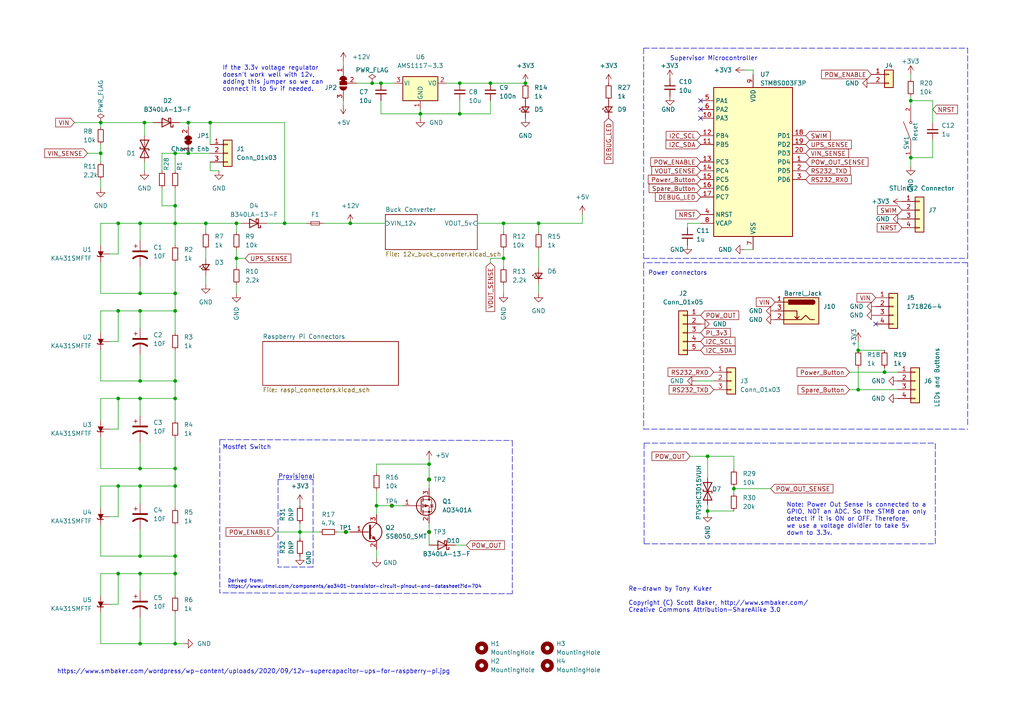
<source format=kicad_sch>
(kicad_sch (version 20211123) (generator eeschema)
  (paper "A4")
  (junction (at 40.64 85.09))
  (junction (at 124.46 139.065))
  (junction (at 34.29 166.37))
  (junction (at 50.8 110.49))
  (junction (at 40.64 90.17))
  (junction (at 60.96 35.56))
  (junction (at 50.8 161.29))
  (junction (at 86.995 154.305))
  (junction (at 40.64 140.97))
  (junction (at 50.8 90.17))
  (junction (at 50.8 59.69))
  (junction (at 40.64 115.57))
  (junction (at 40.64 110.49))
  (junction (at 142.24 24.13))
  (junction (at 50.8 64.77))
  (junction (at 205.232 148.209))
  (junction (at 54.61 44.45))
  (junction (at 59.69 64.77))
  (junction (at 68.58 74.93))
  (junction (at 50.8 85.09))
  (junction (at 29.21 44.45))
  (junction (at 107.95 24.13))
  (junction (at 50.8 44.45))
  (junction (at 264.16 45.72))
  (junction (at 34.29 140.97))
  (junction (at 110.49 24.13))
  (junction (at 146.05 64.77))
  (junction (at 212.852 141.732))
  (junction (at 256.54 107.95))
  (junction (at 50.8 115.57))
  (junction (at 101.6 64.77))
  (junction (at 264.16 29.21))
  (junction (at 113.665 146.685))
  (junction (at 54.61 35.56))
  (junction (at 248.92 101.6))
  (junction (at 34.29 64.77))
  (junction (at 29.21 35.56))
  (junction (at 68.58 64.77))
  (junction (at 34.29 115.57))
  (junction (at 100.33 154.305))
  (junction (at 152.4 24.13))
  (junction (at 50.8 135.89))
  (junction (at 124.46 154.305))
  (junction (at 205.232 132.334))
  (junction (at 40.64 64.77))
  (junction (at 109.22 146.685))
  (junction (at 124.46 134.62))
  (junction (at 82.55 64.77))
  (junction (at 50.8 140.97))
  (junction (at 133.35 24.13))
  (junction (at 50.8 166.37))
  (junction (at 41.91 35.56))
  (junction (at 156.21 64.77))
  (junction (at 40.64 135.89))
  (junction (at 40.64 166.37))
  (junction (at 133.35 33.02))
  (junction (at 40.64 161.29))
  (junction (at 40.64 186.69))
  (junction (at 121.92 33.02))
  (junction (at 34.29 90.17))
  (junction (at 146.05 74.93))
  (junction (at 248.92 113.03))
  (junction (at 50.8 186.69))
  (no_connect (at 203.2 29.21))
  (no_connect (at 203.2 31.75))
  (no_connect (at 203.2 34.29))
  (no_connect (at 254 93.98))
  (wire (pts (xy 121.92 33.02) (xy 121.92 34.29)))
  (wire (pts (xy 29.21 52.07) (xy 29.21 54.61)))
  (wire (pts (xy 100.33 154.305) (xy 101.6 154.305)))
  (wire (pts (xy 29.21 127) (xy 29.21 135.89)))
  (wire (pts (xy 205.232 132.334) (xy 212.852 132.334)))
  (wire (pts (xy 107.95 24.13) (xy 110.49 24.13)))
  (polyline (pts (xy 186.817 157.734) (xy 271.272 157.734)))
  (wire (pts (xy 212.852 132.334) (xy 212.852 136.144)))
  (wire (pts (xy 146.05 74.93) (xy 142.24 74.93)))
  (wire (pts (xy 146.05 64.77) (xy 156.21 64.77)))
  (wire (pts (xy 29.21 35.56) (xy 41.91 35.56)))
  (wire (pts (xy 34.29 140.97) (xy 40.64 140.97)))
  (wire (pts (xy 40.64 140.97) (xy 50.8 140.97)))
  (polyline (pts (xy 80.645 139.065) (xy 90.805 139.065)))
  (wire (pts (xy 29.21 115.57) (xy 34.29 115.57)))
  (wire (pts (xy 205.232 148.209) (xy 212.852 148.209)))
  (wire (pts (xy 138.43 64.77) (xy 146.05 64.77)))
  (wire (pts (xy 248.92 99.06) (xy 248.92 101.6)))
  (wire (pts (xy 50.8 76.2) (xy 50.8 85.09)))
  (wire (pts (xy 34.29 115.57) (xy 40.64 115.57)))
  (wire (pts (xy 99.568 19.05) (xy 99.568 17.78)))
  (wire (pts (xy 142.24 74.93) (xy 142.24 76.2)))
  (wire (pts (xy 124.46 151.765) (xy 124.46 154.305)))
  (wire (pts (xy 29.21 44.45) (xy 29.21 46.99)))
  (wire (pts (xy 142.24 29.21) (xy 142.24 33.02)))
  (wire (pts (xy 113.665 146.685) (xy 116.84 146.685)))
  (polyline (pts (xy 271.272 157.734) (xy 271.272 128.524)))
  (wire (pts (xy 200.152 132.334) (xy 205.232 132.334)))
  (wire (pts (xy 29.21 41.91) (xy 29.21 44.45)))
  (wire (pts (xy 218.44 20.32) (xy 218.44 21.59)))
  (wire (pts (xy 40.64 95.25) (xy 40.64 90.17)))
  (wire (pts (xy 110.49 29.21) (xy 110.49 33.02)))
  (wire (pts (xy 77.47 64.77) (xy 82.55 64.77)))
  (polyline (pts (xy 148.59 172.212) (xy 63.754 171.958)))
  (wire (pts (xy 68.58 74.93) (xy 71.12 74.93)))
  (wire (pts (xy 80.01 154.305) (xy 86.995 154.305)))
  (wire (pts (xy 31.75 149.86) (xy 34.29 149.86)))
  (wire (pts (xy 59.69 64.77) (xy 50.8 64.77)))
  (wire (pts (xy 40.64 85.09) (xy 50.8 85.09)))
  (wire (pts (xy 146.05 72.39) (xy 146.05 74.93)))
  (wire (pts (xy 50.8 186.69) (xy 53.34 186.69)))
  (wire (pts (xy 146.05 64.77) (xy 146.05 67.31)))
  (wire (pts (xy 68.58 74.93) (xy 68.58 77.47)))
  (wire (pts (xy 109.22 159.385) (xy 109.22 161.925)))
  (wire (pts (xy 29.21 161.29) (xy 40.64 161.29)))
  (wire (pts (xy 264.16 29.21) (xy 264.16 30.48)))
  (wire (pts (xy 60.96 49.53) (xy 63.5 49.53)))
  (wire (pts (xy 82.55 35.56) (xy 82.55 64.77)))
  (wire (pts (xy 41.91 35.56) (xy 44.45 35.56)))
  (wire (pts (xy 68.58 72.39) (xy 68.58 74.93)))
  (wire (pts (xy 146.05 74.93) (xy 146.05 77.47)))
  (wire (pts (xy 270.51 40.64) (xy 270.51 45.72)))
  (wire (pts (xy 103.378 24.13) (xy 107.95 24.13)))
  (wire (pts (xy 41.91 46.99) (xy 41.91 49.53)))
  (wire (pts (xy 248.92 101.6) (xy 256.54 101.6)))
  (wire (pts (xy 68.58 64.77) (xy 68.58 67.31)))
  (wire (pts (xy 31.75 73.66) (xy 34.29 73.66)))
  (wire (pts (xy 29.21 76.2) (xy 29.21 85.09)))
  (wire (pts (xy 40.64 135.89) (xy 50.8 135.89)))
  (wire (pts (xy 41.91 35.56) (xy 41.91 39.37)))
  (wire (pts (xy 59.69 64.77) (xy 68.58 64.77)))
  (wire (pts (xy 50.8 135.89) (xy 50.8 140.97)))
  (wire (pts (xy 142.24 24.13) (xy 152.4 24.13)))
  (polyline (pts (xy 148.59 127.762) (xy 148.59 172.212)))
  (wire (pts (xy 270.51 35.56) (xy 270.51 29.21)))
  (wire (pts (xy 50.8 166.37) (xy 50.8 172.72)))
  (polyline (pts (xy 186.69 13.97) (xy 280.67 13.97)))
  (wire (pts (xy 133.35 33.02) (xy 121.92 33.02)))
  (wire (pts (xy 246.38 107.95) (xy 256.54 107.95)))
  (polyline (pts (xy 186.69 76.2) (xy 186.69 124.46)))
  (wire (pts (xy 212.852 141.224) (xy 212.852 141.732)))
  (polyline (pts (xy 186.69 124.46) (xy 280.67 124.46)))
  (wire (pts (xy 29.21 90.17) (xy 34.29 90.17)))
  (wire (pts (xy 40.64 69.85) (xy 40.64 64.77)))
  (wire (pts (xy 40.64 110.49) (xy 50.8 110.49)))
  (wire (pts (xy 86.995 154.305) (xy 92.71 154.305)))
  (wire (pts (xy 156.21 64.77) (xy 156.21 67.31)))
  (wire (pts (xy 29.21 152.4) (xy 29.21 161.29)))
  (wire (pts (xy 60.96 35.56) (xy 82.55 35.56)))
  (wire (pts (xy 124.46 154.305) (xy 124.46 158.115)))
  (wire (pts (xy 109.22 134.62) (xy 124.46 134.62)))
  (wire (pts (xy 124.46 134.62) (xy 124.46 139.065)))
  (wire (pts (xy 146.05 82.55) (xy 146.05 85.09)))
  (wire (pts (xy 264.16 45.72) (xy 264.16 48.26)))
  (wire (pts (xy 31.75 99.06) (xy 34.29 99.06)))
  (wire (pts (xy 50.8 140.97) (xy 50.8 147.32)))
  (wire (pts (xy 101.6 64.77) (xy 111.76 64.77)))
  (polyline (pts (xy 186.69 13.97) (xy 186.69 74.93)))
  (wire (pts (xy 50.8 110.49) (xy 50.8 115.57)))
  (wire (pts (xy 199.39 64.77) (xy 199.39 66.04)))
  (wire (pts (xy 52.07 35.56) (xy 54.61 35.56)))
  (wire (pts (xy 133.35 24.13) (xy 142.24 24.13)))
  (wire (pts (xy 46.99 49.53) (xy 46.99 44.45)))
  (wire (pts (xy 82.55 64.77) (xy 88.9 64.77)))
  (wire (pts (xy 54.61 44.45) (xy 60.96 44.45)))
  (wire (pts (xy 99.568 30.48) (xy 99.568 29.21)))
  (wire (pts (xy 246.38 113.03) (xy 248.92 113.03)))
  (wire (pts (xy 46.99 59.69) (xy 50.8 59.69)))
  (wire (pts (xy 205.232 148.209) (xy 205.232 148.844)))
  (wire (pts (xy 129.54 24.13) (xy 133.35 24.13)))
  (wire (pts (xy 34.29 90.17) (xy 40.64 90.17)))
  (wire (pts (xy 201.93 110.49) (xy 207.01 110.49)))
  (wire (pts (xy 97.79 154.305) (xy 100.33 154.305)))
  (wire (pts (xy 31.75 124.46) (xy 34.29 124.46)))
  (polyline (pts (xy 186.817 128.524) (xy 271.272 128.524)))
  (wire (pts (xy 29.21 166.37) (xy 34.29 166.37)))
  (wire (pts (xy 110.49 24.13) (xy 114.3 24.13)))
  (wire (pts (xy 50.8 44.45) (xy 54.61 44.45)))
  (wire (pts (xy 264.16 27.94) (xy 264.16 29.21)))
  (wire (pts (xy 215.9 20.32) (xy 218.44 20.32)))
  (wire (pts (xy 156.21 82.55) (xy 156.21 85.09)))
  (wire (pts (xy 59.69 67.31) (xy 59.69 64.77)))
  (wire (pts (xy 29.21 64.77) (xy 34.29 64.77)))
  (wire (pts (xy 50.8 64.77) (xy 50.8 71.12)))
  (wire (pts (xy 40.64 90.17) (xy 50.8 90.17)))
  (wire (pts (xy 59.69 72.39) (xy 59.69 74.93)))
  (wire (pts (xy 34.29 124.46) (xy 34.29 115.57)))
  (wire (pts (xy 29.21 121.92) (xy 29.21 115.57)))
  (wire (pts (xy 40.64 186.69) (xy 50.8 186.69)))
  (wire (pts (xy 109.22 137.16) (xy 109.22 134.62)))
  (wire (pts (xy 21.59 35.56) (xy 29.21 35.56)))
  (wire (pts (xy 205.232 132.334) (xy 205.232 138.684)))
  (polyline (pts (xy 63.754 127.508) (xy 148.59 127.762)))
  (polyline (pts (xy 186.69 74.93) (xy 280.67 74.93)))
  (wire (pts (xy 29.21 140.97) (xy 34.29 140.97)))
  (wire (pts (xy 40.64 146.05) (xy 40.64 140.97)))
  (wire (pts (xy 29.21 101.6) (xy 29.21 110.49)))
  (wire (pts (xy 168.91 62.23) (xy 168.91 64.77)))
  (wire (pts (xy 40.64 102.87) (xy 40.64 110.49)))
  (wire (pts (xy 54.61 35.56) (xy 60.96 35.56)))
  (wire (pts (xy 264.16 21.59) (xy 264.16 22.86)))
  (wire (pts (xy 40.64 171.45) (xy 40.64 166.37)))
  (wire (pts (xy 50.8 186.69) (xy 50.8 177.8)))
  (wire (pts (xy 46.99 54.61) (xy 46.99 59.69)))
  (wire (pts (xy 29.21 96.52) (xy 29.21 90.17)))
  (wire (pts (xy 215.9 72.39) (xy 218.44 72.39)))
  (wire (pts (xy 86.995 146.05) (xy 86.995 146.685)))
  (wire (pts (xy 156.21 72.39) (xy 156.21 77.47)))
  (wire (pts (xy 50.8 101.6) (xy 50.8 110.49)))
  (wire (pts (xy 109.22 146.685) (xy 113.665 146.685)))
  (wire (pts (xy 50.8 152.4) (xy 50.8 161.29)))
  (polyline (pts (xy 90.805 164.465) (xy 80.645 164.465)))
  (polyline (pts (xy 90.805 139.065) (xy 90.805 164.465)))
  (wire (pts (xy 132.08 158.115) (xy 135.255 158.115)))
  (wire (pts (xy 256.54 107.95) (xy 260.35 107.95)))
  (wire (pts (xy 68.58 82.55) (xy 68.58 85.09)))
  (polyline (pts (xy 280.67 74.93) (xy 280.67 13.97)))
  (polyline (pts (xy 280.67 123.19) (xy 280.67 76.2)))
  (wire (pts (xy 34.29 175.26) (xy 34.29 166.37)))
  (wire (pts (xy 68.58 64.77) (xy 69.85 64.77)))
  (wire (pts (xy 248.92 106.68) (xy 248.92 113.03)))
  (wire (pts (xy 50.8 59.69) (xy 50.8 64.77)))
  (wire (pts (xy 40.64 77.47) (xy 40.64 85.09)))
  (wire (pts (xy 34.29 99.06) (xy 34.29 90.17)))
  (wire (pts (xy 60.96 41.91) (xy 60.96 35.56)))
  (wire (pts (xy 29.21 44.45) (xy 25.4 44.45)))
  (wire (pts (xy 50.8 90.17) (xy 50.8 96.52)))
  (wire (pts (xy 29.21 110.49) (xy 40.64 110.49)))
  (wire (pts (xy 110.49 33.02) (xy 121.92 33.02)))
  (wire (pts (xy 40.64 64.77) (xy 50.8 64.77)))
  (wire (pts (xy 50.8 161.29) (xy 50.8 166.37)))
  (wire (pts (xy 40.64 179.07) (xy 40.64 186.69)))
  (wire (pts (xy 40.64 120.65) (xy 40.64 115.57)))
  (polyline (pts (xy 80.645 139.065) (xy 80.645 164.465)))
  (wire (pts (xy 40.64 115.57) (xy 50.8 115.57)))
  (wire (pts (xy 124.46 133.35) (xy 124.46 134.62)))
  (wire (pts (xy 34.29 64.77) (xy 40.64 64.77)))
  (wire (pts (xy 156.21 64.77) (xy 168.91 64.77)))
  (wire (pts (xy 133.35 29.21) (xy 133.35 33.02)))
  (wire (pts (xy 40.64 153.67) (xy 40.64 161.29)))
  (wire (pts (xy 29.21 186.69) (xy 40.64 186.69)))
  (wire (pts (xy 59.69 80.01) (xy 59.69 82.55)))
  (wire (pts (xy 270.51 29.21) (xy 264.16 29.21)))
  (wire (pts (xy 60.96 46.99) (xy 60.96 49.53)))
  (wire (pts (xy 29.21 71.12) (xy 29.21 64.77)))
  (wire (pts (xy 142.24 33.02) (xy 133.35 33.02)))
  (wire (pts (xy 109.22 142.24) (xy 109.22 146.685)))
  (wire (pts (xy 31.75 175.26) (xy 34.29 175.26)))
  (wire (pts (xy 256.54 106.68) (xy 256.54 107.95)))
  (polyline (pts (xy 186.817 128.524) (xy 186.817 157.734)))
  (wire (pts (xy 50.8 54.61) (xy 50.8 59.69)))
  (wire (pts (xy 34.29 73.66) (xy 34.29 64.77)))
  (wire (pts (xy 50.8 115.57) (xy 50.8 121.92)))
  (wire (pts (xy 121.92 31.75) (xy 121.92 33.02)))
  (wire (pts (xy 205.232 146.304) (xy 205.232 148.209)))
  (wire (pts (xy 93.98 64.77) (xy 101.6 64.77)))
  (wire (pts (xy 34.29 166.37) (xy 40.64 166.37)))
  (wire (pts (xy 50.8 127) (xy 50.8 135.89)))
  (wire (pts (xy 203.2 64.77) (xy 199.39 64.77)))
  (wire (pts (xy 212.852 141.732) (xy 223.52 141.732)))
  (wire (pts (xy 34.29 149.86) (xy 34.29 140.97)))
  (wire (pts (xy 40.64 161.29) (xy 50.8 161.29)))
  (wire (pts (xy 264.16 45.72) (xy 270.51 45.72)))
  (wire (pts (xy 29.21 36.83) (xy 29.21 35.56)))
  (wire (pts (xy 212.852 141.732) (xy 212.852 143.129)))
  (polyline (pts (xy 280.67 76.2) (xy 186.69 76.2)))
  (wire (pts (xy 86.995 154.305) (xy 86.995 156.21)))
  (wire (pts (xy 50.8 85.09) (xy 50.8 90.17)))
  (wire (pts (xy 124.46 139.065) (xy 124.46 141.605)))
  (wire (pts (xy 29.21 85.09) (xy 40.64 85.09)))
  (wire (pts (xy 54.61 35.56) (xy 54.61 36.83)))
  (wire (pts (xy 50.8 44.45) (xy 50.8 49.53)))
  (wire (pts (xy 248.92 113.03) (xy 260.35 113.03)))
  (wire (pts (xy 29.21 177.8) (xy 29.21 186.69)))
  (wire (pts (xy 40.64 166.37) (xy 50.8 166.37)))
  (wire (pts (xy 29.21 172.72) (xy 29.21 166.37)))
  (wire (pts (xy 86.995 151.765) (xy 86.995 154.305)))
  (wire (pts (xy 109.22 146.685) (xy 109.22 149.225)))
  (polyline (pts (xy 63.754 127.508) (xy 63.754 171.958)))
  (wire (pts (xy 29.21 147.32) (xy 29.21 140.97)))
  (wire (pts (xy 46.99 44.45) (xy 50.8 44.45)))
  (wire (pts (xy 40.64 128.27) (xy 40.64 135.89)))
  (wire (pts (xy 29.21 135.89) (xy 40.64 135.89)))
  (text "Mostfet Switch" (at 64.516 130.556 0) (effects (font (size 1.27 1.27)) (justify left bottom)))
  (text "https://www.smbaker.com/wordpress/wp-content/uploads/2020/09/12v-supercapacitor-ups-for-raspberry-pi.jpg" (at 16.51 195.58 0) (effects (font (size 1.27 1.27)) (justify left bottom)))
  (text "Note: Power Out Sense is connected to a \nGPIO, NOT an ADC. So the STM8 can only\ndetect if it is ON or OFF. Therefore, \nwe use a voltage dividier to take 5v\ndown to 3.3v." (at 228.092 155.448 0) (effects (font (size 1.27 1.27)) (justify left bottom)))
  (text "Power connectors" (at 187.96 80.01 0) (effects (font (size 1.27 1.27)) (justify left bottom)))
  (text "Provisional" (at 80.645 139.065 0) (effects (font (size 1.27 1.27)) (justify left bottom)))
  (text "Derived from:\nhttps://www.utmel.com/components/ao3401-transistor-circuit-pinout-and-datasheet?id=704" (at 66.04 170.815 0) (effects (font (size 1 1)) (justify left bottom)))
  (text "Re-drawn by Tony Kuker\n\nCopyright (C) Scott Baker, http://www.smbaker.com/\nCreative Commons Attribution-ShareAlike 3.0" (at 182.245 177.8 0) (effects (font (size 1.27 1.27)) (justify left bottom)))
  (text "If the 3.3v voltage regulator \ndoesn't work well with 12v,\nadding this jumper so we can\nconnect it to 5v if needed." (at 64.516 26.67 0) (effects (font (size 1.27 1.27)) (justify left bottom)))
  (text "Supervisor Microcontroller" (at 194.31 17.78 0) (effects (font (size 1.27 1.27)) (justify left bottom)))
  (global_label "POW_OUT" (shape input) (at 200.152 132.334 180) (property "Intersheet References" "${INTERSHEET_REFS}" (effects hide)))
  (global_label "POW_ENABLE" (shape input) (at 252.73 21.59 180) (property "Intersheet References" "${INTERSHEET_REFS}" (effects hide)))
  (global_label "Spare_Button" (shape input) (at 203.2 54.61 180) (property "Intersheet References" "${INTERSHEET_REFS}" (effects hide)))
  (global_label "Power_Button" (shape input) (at 203.2 52.07 180) (property "Intersheet References" "${INTERSHEET_REFS}" (effects hide)))
  (global_label "POW_OUT" (shape input) (at 203.2 91.44 0) (property "Intersheet References" "${INTERSHEET_REFS}" (effects hide)))
  (global_label "I2C_SDA" (shape input) (at 203.2 101.6 0) (property "Intersheet References" "${INTERSHEET_REFS}" (effects hide)))
  (global_label "SWIM" (shape input) (at 233.68 39.37 0) (property "Intersheet References" "${INTERSHEET_REFS}" (effects hide)))
  (global_label "RS232_TXD" (shape input) (at 207.01 113.03 180) (property "Intersheet References" "${INTERSHEET_REFS}" (effects hide)))
  (global_label "SWIM" (shape input) (at 261.62 60.96 180) (property "Intersheet References" "${INTERSHEET_REFS}" (effects hide)))
  (global_label "NRST" (shape input) (at 261.62 66.04 180) (property "Intersheet References" "${INTERSHEET_REFS}" (effects hide)))
  (global_label "DEBUG_LED" (shape input) (at 203.2 57.15 180) (property "Intersheet References" "${INTERSHEET_REFS}" (effects hide)))
  (global_label "VOUT_SENSE" (shape input) (at 203.2 49.53 180) (property "Intersheet References" "${INTERSHEET_REFS}" (effects hide)))
  (global_label "POW_ENABLE" (shape input) (at 80.01 154.305 180) (property "Intersheet References" "${INTERSHEET_REFS}" (effects hide)))
  (global_label "VIN" (shape input) (at 21.59 35.56 180) (property "Intersheet References" "${INTERSHEET_REFS}" (effects hide)))
  (global_label "RS232_RXD" (shape input) (at 233.68 52.07 0) (property "Intersheet References" "${INTERSHEET_REFS}" (effects hide)))
  (global_label "RS232_RXD" (shape input) (at 207.01 107.95 180) (property "Intersheet References" "${INTERSHEET_REFS}" (effects hide)))
  (global_label "Spare_Button" (shape input) (at 246.38 113.03 180) (property "Intersheet References" "${INTERSHEET_REFS}" (effects hide)))
  (global_label "POW_ENABLE" (shape input) (at 203.2 46.99 180) (property "Intersheet References" "${INTERSHEET_REFS}" (effects hide)))
  (global_label "POW_OUT" (shape input) (at 135.255 158.115 0) (property "Intersheet References" "${INTERSHEET_REFS}" (effects hide)))
  (global_label "VIN_SENSE" (shape input) (at 25.4 44.45 180) (property "Intersheet References" "${INTERSHEET_REFS}" (effects hide)))
  (global_label "DEBUG_LED" (shape input) (at 176.53 34.29 270) (property "Intersheet References" "${INTERSHEET_REFS}" (effects hide)))
  (global_label "UPS_SENSE" (shape input) (at 233.68 41.91 0) (property "Intersheet References" "${INTERSHEET_REFS}" (effects hide)))
  (global_label "RS232_TXD" (shape input) (at 233.68 49.53 0) (property "Intersheet References" "${INTERSHEET_REFS}" (effects hide)))
  (global_label "VIN" (shape input) (at 224.79 87.63 180) (property "Intersheet References" "${INTERSHEET_REFS}" (effects hide)))
  (global_label "NRST" (shape input) (at 203.2 62.23 180) (property "Intersheet References" "${INTERSHEET_REFS}" (effects hide)))
  (global_label "VIN_SENSE" (shape input) (at 233.68 44.45 0) (property "Intersheet References" "${INTERSHEET_REFS}" (effects hide)))
  (global_label "I2C_SDA" (shape input) (at 203.2 41.91 180) (property "Intersheet References" "${INTERSHEET_REFS}" (effects hide)))
  (global_label "VIN" (shape input) (at 254 86.36 180) (property "Intersheet References" "${INTERSHEET_REFS}" (effects hide)))
  (global_label "PI_3v3" (shape input) (at 203.2 96.52 0) (property "Intersheet References" "${INTERSHEET_REFS}" (effects hide)))
  (global_label "UPS_SENSE" (shape input) (at 71.12 74.93 0) (property "Intersheet References" "${INTERSHEET_REFS}" (effects hide)))
  (global_label "VOUT_SENSE" (shape input) (at 142.24 76.2 270) (property "Intersheet References" "${INTERSHEET_REFS}" (effects hide)))
  (global_label "POW_OUT_SENSE" (shape input) (at 223.52 141.732 0) (property "Intersheet References" "${INTERSHEET_REFS}" (effects hide)))
  (global_label "I2C_SCL" (shape input) (at 203.2 99.06 0) (property "Intersheet References" "${INTERSHEET_REFS}" (effects hide)))
  (global_label "NRST" (shape input) (at 270.51 31.75 0) (property "Intersheet References" "${INTERSHEET_REFS}" (effects hide)))
  (global_label "I2C_SCL" (shape input) (at 203.2 39.37 180) (property "Intersheet References" "${INTERSHEET_REFS}" (effects hide)))
  (global_label "POW_OUT_SENSE" (shape input) (at 233.68 46.99 0) (property "Intersheet References" "${INTERSHEET_REFS}" (effects hide)))
  (global_label "Power_Button" (shape input) (at 246.38 107.95 180) (property "Intersheet References" "${INTERSHEET_REFS}" (effects hide)))
  (symbol (lib_id "power:GND") (at 205.232 148.844 0) (unit 1)
    (property "Reference" "#PWR033" (effects hide))
    (property "Value" "GND" (at 205.232 156.464 90) (effects (justify left)))
  )
  (symbol (lib_id "Device:C_Small") (at 110.49 26.67 0) (unit 1)
    (property "Reference" "C7" (at 104.14 26.67 0) (effects (justify left)))
    (property "Value" "10u" (at 104.14 29.21 0) (effects (justify left)))
    (property "Footprint" "Capacitor_SMD:C_0805_2012Metric" (effects hide))
    (property "DigikeyPN" "445-FK26X7R1E106K-ND" (effects hide))
    (property "LCSC" "C15850" (effects hide))
  )
  (symbol (lib_id "power:+3.3V") (at 264.16 21.59 0) (unit 1)
    (property "Reference" "#PWR031" (effects hide))
    (property "Value" "+3.3V" (at 266.7 17.78 0) (effects (justify right)))
  )
  (symbol (lib_id "Device:D_TVS") (at 41.91 43.18 270) (unit 1)
    (property "Reference" "D1" (at 39.37 44.4501 90) (effects (justify right)))
    (property "Value" "PTVSHC3D15VUH" (effects hide))
    (property "Footprint" "Diode_SMD:D_SOD-323" (effects hide))
    (property "Datasheet" "https://datasheet.lcsc.com/lcsc/1811091226_Shanghai-Prisemi-Elec-PTVSHC3D15VUH_C312234.pdf" (effects hide))
    (property "LCSC" "C312234" (effects hide))
  )
  (symbol (lib_id "Diode:1N5820") (at 48.26 35.56 180) (unit 1)
    (property "Reference" "D2" (at 48.5775 29.21 0))
    (property "Value" "B340LA-13-F" (at 48.5775 31.75 0))
    (property "Footprint" "Diode_SMD:D_SMA" (effects hide))
    (property "Datasheet" "https://datasheet.lcsc.com/lcsc/1809042014_Diodes-Incorporated-B340LA-13-F_C17101.pdf" (effects hide))
    (property "LCSC" "C17101" (effects hide))
  )
  (symbol (lib_id "power:+12V") (at 101.6 64.77 0) (unit 1)
    (property "Reference" "#PWR0102" (effects hide))
    (property "Value" "+12V" (at 101.6 59.69 0))
  )
  (symbol (lib_id "Device:R_Small") (at 46.99 52.07 0) (unit 1)
    (property "Reference" "R28" (at 48.26 49.53 90) (effects (justify left)))
    (property "Value" "10 3W" (effects hide))
    (property "Footprint" "raspberrypi_supercap_ups_lib:SMT_Resistor_4122" (effects hide))
    (property "DigikeyPN" "YAG1228CT-ND" (effects hide))
    (property "LCSC" "C306270" (effects hide))
  )
  (symbol (lib_id "Reference_Voltage:TL432DBZ") (at 29.21 149.86 270) (unit 1)
    (property "Reference" "U4" (at 26.67 148.5899 90) (effects (justify right)))
    (property "Value" "KA431SMFTF" (at 26.67 151.1299 90) (effects (justify right)))
    (property "Footprint" "Package_TO_SOT_SMD:SOT-23" (effects hide))
    (property "Datasheet" "http://www.ti.com/lit/ds/symlink/tl431.pdf" (effects hide))
    (property "LCSC" "C232815" (effects hide))
    (property "DigikeyPN" "KA431AZTACT-ND" (effects hide))
  )
  (symbol (lib_id "Mechanical:MountingHole") (at 139.7 193.04 0) (unit 1)
    (property "Reference" "H2" (at 142.24 191.7699 0) (effects (justify left)))
    (property "Value" "MountingHole" (at 142.24 194.3099 0) (effects (justify left)))
    (property "Footprint" "MountingHole:MountingHole_2.7mm_M2.5" (effects hide))
    (property "LCSC" "DNP" (effects hide))
  )
  (symbol (lib_id "power:GND") (at 215.9 72.39 270) (unit 1)
    (property "Reference" "#PWR021" (effects hide))
    (property "Value" "GND" (at 208.28 72.39 90) (effects (justify left)))
  )
  (symbol (lib_id "power:GND") (at 41.91 49.53 0) (unit 1)
    (property "Reference" "#PWR01" (effects hide))
    (property "Value" "GND" (at 41.91 54.61 0))
  )
  (symbol (lib_id "Device:C_Small") (at 270.51 38.1 0) (unit 1)
    (property "Reference" "C12" (at 273.05 36.3981 0) (effects (justify left)))
    (property "Value" "1u" (at 273.05 38.9381 0) (effects (justify left)))
    (property "Footprint" "Capacitor_SMD:C_0805_2012Metric" (effects hide))
    (property "LCSC" "C28323" (effects hide))
  )
  (symbol (lib_id "Connector:TestPoint_Small") (at 124.46 154.305 0) (unit 1)
    (property "Reference" "TP3" (at 125.73 154.305 0) (effects (justify left)))
    (property "Value" "TestPoint_Small" (effects hide))
    (property "Footprint" "TestPoint:TestPoint_Pad_D1.0mm" (effects hide))
  )
  (symbol (lib_id "Device:R_Small") (at 86.995 158.75 180) (unit 1)
    (property "Reference" "R32" (at 81.915 158.75 90))
    (property "Value" "DNP" (at 84.455 158.75 90))
    (property "Footprint" "Resistor_SMD:R_0805_2012Metric" (effects hide))
    (property "LCSC" "DNP" (effects hide))
  )
  (symbol (lib_id "Device:C_Polarized_US") (at 40.64 175.26 0) (unit 1)
    (property "Reference" "C5" (at 44.45 173.3549 0) (effects (justify left)))
    (property "Value" "10F" (at 44.45 175.8949 0) (effects (justify left)))
    (property "Footprint" "Capacitor_THT:CP_Radial_D10.0mm_P5.00mm" (effects hide))
    (property "DigikeyPN" "478-10996-ND" (effects hide))
    (property "LCSC" "DNP" (effects hide))
  )
  (symbol (lib_id "power:+12V") (at 99.568 17.78 0) (mirror y) (unit 1)
    (property "Reference" "#PWR0106" (effects hide))
    (property "Value" "+12V" (at 102.108 16.5101 0) (effects (justify right)))
  )
  (symbol (lib_id "power:GND") (at 59.69 82.55 0) (unit 1)
    (property "Reference" "#PWR03" (effects hide))
    (property "Value" "GND" (at 59.69 87.63 0))
  )
  (symbol (lib_id "Connector_Generic:Conn_01x03") (at 212.09 110.49 0) (unit 1)
    (property "Reference" "J3" (at 214.63 110.4899 0) (effects (justify left)))
    (property "Value" "Conn_01x03" (at 214.63 113.0299 0) (effects (justify left)))
    (property "Footprint" "Connector_PinHeader_2.54mm:PinHeader_1x03_P2.54mm_Vertical" (effects hide))
    (property "DigikeyPN" "A106204-ND" (effects hide))
    (property "LCSC" "DNP" (effects hide))
  )
  (symbol (lib_id "Device:R_Small") (at 109.22 139.7 0) (unit 1)
    (property "Reference" "R16" (at 111.76 138.4299 0) (effects (justify left)))
    (property "Value" "10k" (at 111.76 140.9699 0) (effects (justify left)))
    (property "Footprint" "Resistor_SMD:R_0805_2012Metric" (effects hide))
    (property "DigikeyPN" "CF14JT10K0CT-ND" (effects hide))
    (property "LCSC" "C17414" (effects hide))
  )
  (symbol (lib_id "Device:D_TVS") (at 205.232 142.494 270) (unit 1)
    (property "Reference" "D7" (at 206.502 141.859 90) (effects (justify left)))
    (property "Value" "PTVSHC3D15VUH" (at 202.692 134.874 0) (effects (justify left)))
    (property "Footprint" "Diode_SMD:D_SOD-323" (effects hide))
    (property "Datasheet" "https://datasheet.lcsc.com/lcsc/1811091226_Shanghai-Prisemi-Elec-PTVSHC3D15VUH_C312234.pdf" (effects hide))
    (property "LCSC" "C312234" (effects hide))
  )
  (symbol (lib_id "Connector:TestPoint_Small") (at 113.665 146.685 0) (unit 1)
    (property "Reference" "TP4" (at 111.76 145.415 0) (effects (justify left)))
    (property "Value" "TestPoint_Small" (effects hide))
    (property "Footprint" "TestPoint:TestPoint_Pad_D1.0mm" (effects hide))
  )
  (symbol (lib_id "power:GND") (at 86.995 161.29 0) (unit 1)
    (property "Reference" "#PWR0108" (effects hide))
    (property "Value" "GND" (at 89.535 163.83 90) (effects (justify left)))
  )
  (symbol (lib_id "Device:R_Small") (at 50.8 52.07 0) (unit 1)
    (property "Reference" "R1" (at 52.07 49.53 90) (effects (justify left)))
    (property "Value" "10 3W" (effects hide))
    (property "Footprint" "raspberrypi_supercap_ups_lib:SMT_Resistor_4122" (effects hide))
    (property "DigikeyPN" "YAG1228CT-ND" (effects hide))
    (property "LCSC" "C306270" (effects hide))
  )
  (symbol (lib_id "power:GND") (at 203.2 93.98 90) (unit 1)
    (property "Reference" "#PWR019" (effects hide))
    (property "Value" "GND" (at 210.82 93.98 90) (effects (justify left)))
  )
  (symbol (lib_id "power:GND") (at 152.4 34.29 0) (unit 1)
    (property "Reference" "#PWR012" (effects hide))
    (property "Value" "GND" (at 152.4 39.37 0))
  )
  (symbol (lib_id "Device:R_Small") (at 212.852 145.669 0) (unit 1)
    (property "Reference" "R30" (at 215.392 144.3989 0) (effects (justify left)))
    (property "Value" "20k" (at 215.392 146.9389 0) (effects (justify left)))
    (property "Footprint" "Resistor_SMD:R_0805_2012Metric" (effects hide))
    (property "LCSC" "C17521" (effects hide))
  )
  (symbol (lib_id "Connector_Generic:Conn_01x04") (at 265.43 110.49 0) (unit 1)
    (property "Reference" "J6" (at 267.97 110.4899 0) (effects (justify left)))
    (property "Value" "LEDs and Buttons" (at 271.78 118.11 90) (effects (justify left)))
    (property "Footprint" "Connector_PinHeader_2.54mm:PinHeader_1x04_P2.54mm_Vertical" (effects hide))
    (property "LCSC" "DNP" (effects hide))
  )
  (symbol (lib_id "Device:C_Small") (at 133.35 26.67 0) (unit 1)
    (property "Reference" "C8" (at 135.89 26.67 0) (effects (justify left)))
    (property "Value" "10u" (at 135.89 29.21 0) (effects (justify left)))
    (property "Footprint" "Capacitor_SMD:C_0805_2012Metric" (effects hide))
    (property "DigikeyPN" "445-FK26X7R1E106K-ND" (effects hide))
    (property "LCSC" "C15850" (effects hide))
  )
  (symbol (lib_id "Device:R_Small") (at 29.21 49.53 180) (unit 1)
    (property "Reference" "R11" (at 24.13 48.26 0) (effects (justify right)))
    (property "Value" "2.2k" (at 24.13 50.8 0) (effects (justify right)))
    (property "Footprint" "Resistor_SMD:R_0805_2012Metric" (effects hide))
    (property "DigikeyPN" "CF14JT2K20TR-ND" (effects hide))
    (property "LCSC" "C17520" (effects hide))
  )
  (symbol (lib_id "power:GND") (at 121.92 34.29 0) (unit 1)
    (property "Reference" "#PWR09" (effects hide))
    (property "Value" "GND" (at 124.46 35.5599 0) (effects (justify left)))
  )
  (symbol (lib_id "power:GND") (at 201.93 110.49 270) (unit 1)
    (property "Reference" "#PWR018" (effects hide))
    (property "Value" "GND" (at 194.31 110.49 90) (effects (justify left)))
  )
  (symbol (lib_id "Device:R_Small") (at 68.58 80.01 0) (unit 1)
    (property "Reference" "R10" (at 71.12 78.7399 0) (effects (justify left)))
    (property "Value" "2.2k" (at 71.12 81.2799 0) (effects (justify left)))
    (property "Footprint" "Resistor_SMD:R_0805_2012Metric" (effects hide))
    (property "DigikeyPN" "CF14JT2K20TR-ND" (effects hide))
    (property "LCSC" "C17520" (effects hide))
  )
  (symbol (lib_id "power:GND") (at 199.39 71.12 0) (unit 1)
    (property "Reference" "#PWR017" (effects hide))
    (property "Value" "GND" (at 194.31 72.39 0) (effects (justify left)))
  )
  (symbol (lib_id "power:GND") (at 264.16 48.26 0) (unit 1)
    (property "Reference" "#PWR032" (effects hide))
    (property "Value" "GND" (at 264.16 55.88 90) (effects (justify left)))
  )
  (symbol (lib_id "Reference_Voltage:TL432DBZ") (at 29.21 99.06 270) (unit 1)
    (property "Reference" "U2" (at 26.67 97.7899 90) (effects (justify right)))
    (property "Value" "KA431SMFTF" (at 26.67 100.3299 90) (effects (justify right)))
    (property "Footprint" "Package_TO_SOT_SMD:SOT-23" (effects hide))
    (property "Datasheet" "http://www.ti.com/lit/ds/symlink/tl431.pdf" (effects hide))
    (property "LCSC" "C232815" (effects hide))
    (property "DigikeyPN" "KA431AZTACT-ND" (effects hide))
  )
  (symbol (lib_id "Device:C_Small") (at 199.39 68.58 0) (unit 1)
    (property "Reference" "C11" (at 201.93 66.8781 0) (effects (justify left)))
    (property "Value" "1u" (at 201.93 69.4181 0) (effects (justify left)))
    (property "Footprint" "Capacitor_SMD:C_0805_2012Metric" (effects hide))
    (property "LCSC" "C28323" (effects hide))
  )
  (symbol (lib_id "Device:C_Polarized_US") (at 40.64 149.86 0) (unit 1)
    (property "Reference" "C4" (at 44.45 147.9549 0) (effects (justify left)))
    (property "Value" "10F" (at 44.45 150.4949 0) (effects (justify left)))
    (property "Footprint" "Capacitor_THT:CP_Radial_D10.0mm_P5.00mm" (effects hide))
    (property "DigikeyPN" "478-10996-ND" (effects hide))
    (property "LCSC" "DNP" (effects hide))
  )
  (symbol (lib_id "Device:R_Small") (at 50.8 124.46 0) (unit 1)
    (property "Reference" "R4" (at 53.34 123.1899 0) (effects (justify left)))
    (property "Value" "1k" (at 53.34 125.7299 0) (effects (justify left)))
    (property "Footprint" "Resistor_SMD:R_1206_3216Metric" (effects hide))
    (property "DigikeyPN" "CF14JT1K00CT-ND" (effects hide))
    (property "LCSC" "C4410" (effects hide))
  )
  (symbol (lib_id "power:GND") (at 29.21 54.61 0) (unit 1)
    (property "Reference" "#PWR06" (effects hide))
    (property "Value" "GND" (at 29.21 59.69 0))
  )
  (symbol (lib_id "Device:R_Small") (at 86.995 149.225 180) (unit 1)
    (property "Reference" "R31" (at 81.915 149.225 90))
    (property "Value" "DNP" (at 84.455 149.225 90))
    (property "Footprint" "Resistor_SMD:R_0805_2012Metric" (effects hide))
    (property "LCSC" "DNP" (effects hide))
  )
  (symbol (lib_id "Device:R_Small") (at 256.54 104.14 0) (unit 1)
    (property "Reference" "R19" (at 259.08 102.8699 0) (effects (justify left)))
    (property "Value" "1k" (at 259.08 105.4099 0) (effects (justify left)))
    (property "Footprint" "Resistor_SMD:R_0805_2012Metric" (effects hide))
    (property "DigikeyPN" "CF14JT1K00CT-ND" (effects hide))
    (property "LCSC" "C17513" (effects hide))
  )
  (symbol (lib_id "Connector:TestPoint_Small") (at 100.33 154.305 0) (unit 1)
    (property "Reference" "TP1" (at 98.425 153.035 0) (effects (justify left)))
    (property "Value" "TestPoint_Small" (effects hide))
    (property "Footprint" "TestPoint:TestPoint_Pad_D1.0mm" (effects hide))
  )
  (symbol (lib_id "MCU_ST_STM8:STM8S003F3P") (at 218.44 46.99 0) (unit 1)
    (property "Reference" "U7" (at 220.4594 21.59 0) (effects (justify left)))
    (property "Value" "STM8S003F3P" (at 220.4594 24.13 0) (effects (justify left)))
    (property "Footprint" "Package_SO:TSSOP-20_4.4x6.5mm_P0.65mm" (effects hide))
    (property "Datasheet" "http://www.st.com/st-web-ui/static/active/en/resource/technical/document/datasheet/DM00024550.pdf" (effects hide))
    (property "LCSC" "C52717" (effects hide))
  )
  (symbol (lib_id "power:GND") (at 224.79 90.17 270) (unit 1)
    (property "Reference" "#PWR0105" (effects hide))
    (property "Value" "GND" (at 217.17 90.17 90) (effects (justify left)))
  )
  (symbol (lib_id "Connector_Generic:Conn_01x03") (at 66.04 44.45 0) (unit 1)
    (property "Reference" "J1" (at 68.58 43.1799 0) (effects (justify left)))
    (property "Value" "Conn_01x03" (at 68.58 45.7199 0) (effects (justify left)))
    (property "Footprint" "Connector_PinHeader_2.54mm:PinHeader_1x03_P2.54mm_Vertical" (effects hide))
    (property "DigikeyPN" "NA" (effects hide))
    (property "LCSC" "DNP" (effects hide))
  )
  (symbol (lib_id "Connector_Generic:Conn_01x04") (at 259.08 88.9 0) (unit 1)
    (property "Reference" "J5" (at 262.89 86.3599 0) (effects (justify left)))
    (property "Value" "171826-4" (at 262.89 88.8999 0) (effects (justify left)))
    (property "Footprint" "TE_171826-4" (effects hide))
    (property "EU_RoHS_Compliance" "Compliant" (effects hide))
    (property "Comment" "171826-4" (effects hide))
    (property "LCSC" "DNP" (effects hide))
  )
  (symbol (lib_id "power:GND") (at 63.5 49.53 0) (unit 1)
    (property "Reference" "#PWR04" (effects hide))
    (property "Value" "GND" (at 63.5 54.61 0))
  )
  (symbol (lib_id "Device:LED_Small") (at 152.4 31.75 90) (unit 1)
    (property "Reference" "D5" (at 154.94 31.75 90) (effects (justify right)))
    (property "Value" "Green" (effects hide))
    (property "Footprint" "LED_SMD:LED_0805_2012Metric" (effects hide))
    (property "LCSC" "C2297" (effects hide))
    (property "DigikeyPN" "67-2288-ND" (effects hide))
  )
  (symbol (lib_id "power:+3.3V") (at 152.4 24.13 0) (unit 1)
    (property "Reference" "#PWR011" (effects hide))
    (property "Value" "+3.3V" (at 152.4 19.05 0))
  )
  (symbol (lib_id "power:+5V") (at 168.91 62.23 0) (unit 1)
    (property "Reference" "#PWR014" (effects hide))
    (property "Value" "+5V" (at 168.91 57.15 0))
  )
  (symbol (lib_id "power:GND") (at 261.62 63.5 270) (unit 1)
    (property "Reference" "#PWR030" (effects hide))
    (property "Value" "GND" (at 254 63.5 90) (effects (justify left)))
  )
  (symbol (lib_id "power:PWR_FLAG") (at 107.95 24.13 0) (unit 1)
    (property "Reference" "#FLG02" (effects hide))
    (property "Value" "PWR_FLAG" (at 107.95 20.32 0))
  )
  (symbol (lib_id "power:+3.3V") (at 86.995 146.05 0) (unit 1)
    (property "Reference" "#PWR0107" (effects hide))
    (property "Value" "+3.3V" (at 86.995 140.97 0))
  )
  (symbol (lib_id "Connector_Generic:Conn_01x05") (at 198.12 96.52 0) (mirror y) (unit 1)
    (property "Reference" "J2" (at 198.12 85.09 0))
    (property "Value" "Conn_01x05" (at 198.12 87.63 0))
    (property "Footprint" "Connector_PinHeader_2.54mm:PinHeader_1x05_P2.54mm_Vertical" (effects hide))
    (property "DigikeyPN" "NA" (effects hide))
    (property "LCSC" "DNP" (effects hide))
  )
  (symbol (lib_id "power:+3.3V") (at 194.31 22.86 0) (unit 1)
    (property "Reference" "#PWR015" (effects hide))
    (property "Value" "+3.3V" (at 196.85 19.05 0) (effects (justify right)))
  )
  (symbol (lib_id "Device:R_Small") (at 146.05 80.01 0) (unit 1)
    (property "Reference" "R13" (at 148.59 78.7399 0) (effects (justify left)))
    (property "Value" "2.2k" (at 148.59 81.2799 0) (effects (justify left)))
    (property "Footprint" "Resistor_SMD:R_0805_2012Metric" (effects hide))
    (property "DigikeyPN" "CF14JT2K20TR-ND" (effects hide))
    (property "LCSC" "C17520" (effects hide))
  )
  (symbol (lib_id "Mechanical:MountingHole") (at 158.75 187.96 0) (unit 1)
    (property "Reference" "H3" (at 161.29 186.6899 0) (effects (justify left)))
    (property "Value" "MountingHole" (at 161.29 189.2299 0) (effects (justify left)))
    (property "Footprint" "MountingHole:MountingHole_2.7mm_M2.5" (effects hide))
    (property "LCSC" "DNP" (effects hide))
  )
  (symbol (lib_id "Connector_Generic:Conn_01x04") (at 266.7 60.96 0) (unit 1)
    (property "Reference" "J7" (at 269.24 60.9599 0) (effects (justify left)))
    (property "Value" "STLinkV2 Connector" (at 257.81 54.61 0) (effects (justify left)))
    (property "Footprint" "Connector_PinHeader_2.54mm:PinHeader_1x04_P2.54mm_Vertical" (effects hide))
  )
  (symbol (lib_id "power:GND") (at 254 88.9 270) (unit 1)
    (property "Reference" "#PWR025" (effects hide))
    (property "Value" "GND" (at 246.38 88.9 90) (effects (justify left)))
  )
  (symbol (lib_id "TS-1187A-B-A-B:TS-1187A-B-A-B") (at 264.16 38.1 90) (unit 1)
    (property "Reference" "SW1" (at 262.89 39.37 0) (effects (justify right)))
    (property "Value" "Reset" (at 265.43 35.56 0) (effects (justify right)))
    (property "Footprint" "SW_TS-1187A-B-A-B" (effects hide))
    (property "LCSC" "C318884" (effects hide))
    (property "PARTREV" "A0" (effects hide))
    (property "MANUFACTURER" "XKB Industrial Precision" (effects hide))
    (property "STANDARD" "Manufacturer Recommendations" (effects hide))
    (property "MAXIMUM_PACKAGE_HEIGHT" "1.5mm" (effects hide))
  )
  (symbol (lib_id "Device:R_Small") (at 50.8 99.06 0) (unit 1)
    (property "Reference" "R3" (at 53.34 97.7899 0) (effects (justify left)))
    (property "Value" "1k" (at 53.34 100.3299 0) (effects (justify left)))
    (property "Footprint" "Resistor_SMD:R_1206_3216Metric" (effects hide))
    (property "DigikeyPN" "CF14JT1K00CT-ND" (effects hide))
    (property "LCSC" "C4410" (effects hide))
  )
  (symbol (lib_id "Connector:TestPoint_Small") (at 124.46 139.065 0) (unit 1)
    (property "Reference" "TP2" (at 125.73 139.065 0) (effects (justify left)))
    (property "Value" "TestPoint_Small" (effects hide))
    (property "Footprint" "TestPoint:TestPoint_Pad_D1.0mm" (effects hide))
  )
  (symbol (lib_id "Device:LED_Small") (at 156.21 80.01 90) (unit 1)
    (property "Reference" "D6" (at 158.75 78.6764 90) (effects (justify right)))
    (property "Value" "Green" (effects hide))
    (property "Footprint" "LED_SMD:LED_0805_2012Metric" (effects hide))
    (property "LCSC" "C2297" (effects hide))
    (property "DigikeyPN" "67-2288-ND" (effects hide))
  )
  (symbol (lib_id "Device:C_Polarized_US") (at 40.64 124.46 0) (unit 1)
    (property "Reference" "C3" (at 44.45 122.5549 0) (effects (justify left)))
    (property "Value" "10F" (at 44.45 125.0949 0) (effects (justify left)))
    (property "Footprint" "Capacitor_THT:CP_Radial_D10.0mm_P5.00mm" (effects hide))
    (property "DigikeyPN" "478-10996-ND" (effects hide))
    (property "LCSC" "DNP" (effects hide))
  )
  (symbol (lib_id "Device:R_Small") (at 264.16 25.4 180) (unit 1)
    (property "Reference" "R20" (at 266.7 24.1299 0) (effects (justify right)))
    (property "Value" "10k" (at 266.7 26.6699 0) (effects (justify right)))
    (property "Footprint" "Resistor_SMD:R_0805_2012Metric" (effects hide))
    (property "DigikeyPN" "CF14JT10K0CT-ND" (effects hide))
    (property "LCSC" "C17414" (effects hide))
  )
  (symbol (lib_id "Device:R_Small") (at 50.8 73.66 0) (unit 1)
    (property "Reference" "R2" (at 53.34 72.3899 0) (effects (justify left)))
    (property "Value" "1k" (at 53.34 74.9299 0) (effects (justify left)))
    (property "Footprint" "Resistor_SMD:R_1206_3216Metric" (effects hide))
    (property "DigikeyPN" "CF14JT1K00CT-ND" (effects hide))
    (property "LCSC" "C4410" (effects hide))
  )
  (symbol (lib_id "Transistor_FET:AO3401A") (at 121.92 146.685 0) (unit 1)
    (property "Reference" "Q1" (at 128.27 145.4149 0) (effects (justify left)))
    (property "Value" "AO3401A" (at 128.27 147.9549 0) (effects (justify left)))
    (property "Footprint" "Package_TO_SOT_SMD:SOT-23" (effects hide))
    (property "Datasheet" "http://www.aosmd.com/pdfs/datasheet/AO3401A.pdf" (effects hide))
    (property "LCSC" "C15127" (effects hide))
  )
  (symbol (lib_id "power:GND") (at 194.31 27.94 0) (unit 1)
    (property "Reference" "#PWR016" (effects hide))
    (property "Value" "GND" (at 191.77 31.75 0) (effects (justify left)))
  )
  (symbol (lib_id "Jumper:SolderJumper_2_Bridged") (at 54.61 40.64 90) (unit 1)
    (property "Reference" "JP1" (at 57.15 39.3699 90) (effects (justify right)))
    (property "Value" "Charge Enb" (at 49.53 43.18 90) (effects (justify right)))
    (property "Footprint" "Jumper:SolderJumper-2_P1.3mm_Bridged_RoundedPad1.0x1.5mm" (effects hide))
  )
  (symbol (lib_id "Device:R_Small") (at 156.21 69.85 0) (unit 1)
    (property "Reference" "R15" (at 158.75 68.5799 0) (effects (justify left)))
    (property "Value" "1k" (at 158.75 71.1199 0) (effects (justify left)))
    (property "Footprint" "Resistor_SMD:R_0805_2012Metric" (effects hide))
    (property "DigikeyPN" "CF14JT1K00CT-ND" (effects hide))
    (property "LCSC" "C17513" (effects hide))
  )
  (symbol (lib_id "Device:R_Small") (at 29.21 39.37 0) (unit 1)
    (property "Reference" "R8" (at 24.13 38.1 0) (effects (justify left)))
    (property "Value" "10k" (at 24.13 40.64 0) (effects (justify left)))
    (property "Footprint" "Resistor_SMD:R_0805_2012Metric" (effects hide))
    (property "DigikeyPN" "CF14JT10K0CT-ND" (effects hide))
    (property "LCSC" "C17414" (effects hide))
  )
  (symbol (lib_id "Mechanical:MountingHole") (at 139.7 187.96 0) (unit 1)
    (property "Reference" "H1" (at 142.24 186.6899 0) (effects (justify left)))
    (property "Value" "MountingHole" (at 142.24 189.2299 0) (effects (justify left)))
    (property "Footprint" "MountingHole:MountingHole_2.7mm_M2.5" (effects hide))
    (property "LCSC" "DNP" (effects hide))
  )
  (symbol (lib_id "power:+5V") (at 124.46 133.35 0) (unit 1)
    (property "Reference" "#PWR022" (effects hide))
    (property "Value" "+5V" (at 128.27 132.08 0))
  )
  (symbol (lib_id "power:GND") (at 260.35 110.49 270) (unit 1)
    (property "Reference" "#PWR027" (effects hide))
    (property "Value" "GND" (at 252.73 110.49 90) (effects (justify left)))
  )
  (symbol (lib_id "Device:R_Small") (at 212.852 138.684 0) (unit 1)
    (property "Reference" "R29" (at 215.392 137.4139 0) (effects (justify left)))
    (property "Value" "10k" (at 215.392 139.9539 0) (effects (justify left)))
    (property "Footprint" "Resistor_SMD:R_0805_2012Metric" (effects hide))
    (property "DigikeyPN" "CF14JT10K0CT-ND" (effects hide))
    (property "LCSC" "C17414" (effects hide))
  )
  (symbol (lib_id "Device:Fuse_Small") (at 91.44 64.77 0) (unit 1)
    (property "Reference" "F1" (at 91.44 62.23 0))
    (property "Value" "Fuse_Small" (effects hide))
    (property "Footprint" "Fuse:Fuse_1206_3216Metric" (effects hide))
    (property "LCSC" "C140470" (effects hide))
    (property "DigikeyPN" "F2315-ND" (effects hide))
  )
  (symbol (lib_id "power:GND") (at 68.58 85.09 0) (unit 1)
    (property "Reference" "#PWR05" (effects hide))
    (property "Value" "GND" (at 68.5801 88.9 90) (effects (justify right)))
  )
  (symbol (lib_id "Device:R_Small") (at 59.69 69.85 0) (unit 1)
    (property "Reference" "R7" (at 62.23 68.5799 0) (effects (justify left)))
    (property "Value" "1k" (at 62.23 71.1199 0) (effects (justify left)))
    (property "Footprint" "Resistor_SMD:R_0805_2012Metric" (effects hide))
    (property "DigikeyPN" "CF14JT1K00CT-ND" (effects hide))
    (property "LCSC" "C17513" (effects hide))
  )
  (symbol (lib_id "Regulator_Linear:AMS1117-3.3") (at 121.92 24.13 0) (unit 1)
    (property "Reference" "U6" (at 121.92 16.51 0))
    (property "Value" "AMS1117-3.3" (at 121.92 19.05 0))
    (property "Footprint" "Package_TO_SOT_SMD:SOT-223-3_TabPin2" (effects hide))
    (property "Datasheet" "http://www.advanced-monolithic.com/pdf/ds1117.pdf" (effects hide))
    (property "LCSC" "C6186" (effects hide))
  )
  (symbol (lib_id "power:+3.3V") (at 261.62 58.42 90) (unit 1)
    (property "Reference" "#PWR029" (effects hide))
    (property "Value" "+3.3V" (at 252.73 58.42 90) (effects (justify right)))
  )
  (symbol (lib_id "power:GND") (at 53.34 186.69 90) (unit 1)
    (property "Reference" "#PWR02" (effects hide))
    (property "Value" "GND" (at 57.15 186.6899 90) (effects (justify right)))
  )
  (symbol (lib_id "Device:C_Small") (at 142.24 26.67 0) (unit 1)
    (property "Reference" "C9" (at 144.78 25.4062 0) (effects (justify left)))
    (property "Value" "100n" (at 144.78 27.9462 0) (effects (justify left)))
    (property "Footprint" "Capacitor_SMD:C_0805_2012Metric" (effects hide))
    (property "LCSC" "C28233" (effects hide))
  )
  (symbol (lib_id "power:GND") (at 109.22 161.925 0) (unit 1)
    (property "Reference" "#PWR07" (effects hide))
    (property "Value" "GND" (at 111.125 163.195 0) (effects (justify left)))
  )
  (symbol (lib_id "Reference_Voltage:TL432DBZ") (at 29.21 124.46 270) (unit 1)
    (property "Reference" "U3" (at 26.67 123.1899 90) (effects (justify right)))
    (property "Value" "KA431SMFTF" (at 26.67 125.7299 90) (effects (justify right)))
    (property "Footprint" "Package_TO_SOT_SMD:SOT-23" (effects hide))
    (property "Datasheet" "http://www.ti.com/lit/ds/symlink/tl431.pdf" (effects hide))
    (property "LCSC" "C232815" (effects hide))
    (property "DigikeyPN" "KA431AZTACT-ND" (effects hide))
  )
  (symbol (lib_id "power:GND") (at 252.73 24.13 270) (unit 1)
    (property "Reference" "#PWR024" (effects hide))
    (property "Value" "GND" (at 245.11 24.13 90) (effects (justify left)))
  )
  (symbol (lib_id "Device:C_Polarized_US") (at 40.64 99.06 0) (unit 1)
    (property "Reference" "C2" (at 44.45 97.1549 0) (effects (justify left)))
    (property "Value" "10F" (at 44.45 99.6949 0) (effects (justify left)))
    (property "Footprint" "Capacitor_THT:CP_Radial_D10.0mm_P5.00mm" (effects hide))
    (property "DigikeyPN" "478-10996-ND" (effects hide))
    (property "LCSC" "DNP" (effects hide))
  )
  (symbol (lib_id "Device:LED_Small") (at 59.69 77.47 90) (unit 1)
    (property "Reference" "D3" (at 62.23 76.1364 90) (effects (justify right)))
    (property "Value" "Green" (effects hide))
    (property "Footprint" "LED_SMD:LED_0805_2012Metric" (effects hide))
    (property "LCSC" "C2297" (effects hide))
    (property "DigikeyPN" "67-2288-ND" (effects hide))
  )
  (symbol (lib_id "Diode:1N5820") (at 128.27 158.115 180) (unit 1)
    (property "Reference" "D10" (at 131.445 156.845 0))
    (property "Value" "B340LA-13-F" (at 129.54 160.655 0))
    (property "Footprint" "Diode_SMD:D_SMA" (effects hide))
    (property "Datasheet" "https://datasheet.lcsc.com/lcsc/1809042014_Diodes-Incorporated-B340LA-13-F_C17101.pdf" (effects hide))
    (property "LCSC" "C17101" (effects hide))
  )
  (symbol (lib_id "Device:R_Small") (at 176.53 26.67 0) (unit 1)
    (property "Reference" "R27" (at 179.07 25.3999 0) (effects (justify left)))
    (property "Value" "1k" (at 179.07 27.9399 0) (effects (justify left)))
    (property "Footprint" "Resistor_SMD:R_0805_2012Metric" (effects hide))
    (property "DigikeyPN" "CF14JT1K00CT-ND" (effects hide))
    (property "LCSC" "C17513" (effects hide))
  )
  (symbol (lib_id "supercap_library:SS8050_SMT") (at 106.68 154.305 0) (unit 1)
    (property "Reference" "Q2" (at 111.76 153.0349 0) (effects (justify left)))
    (property "Value" "SS8050_SMT" (at 111.76 155.5749 0) (effects (justify left)))
    (property "Footprint" "Package_TO_SOT_SMD:SOT-23" (effects hide))
    (property "Datasheet" "https://datasheet.lcsc.com/lcsc/1811052004_Jiangsu-Changjing-Electronics-Technology-Co---Ltd--SS8050_C2150.pdf" (effects hide))
    (property "LCSC" "C2150" (effects hide))
  )
  (symbol (lib_id "Device:R_Small") (at 248.92 104.14 0) (unit 1)
    (property "Reference" "R18" (at 251.46 102.8699 0) (effects (justify left)))
    (property "Value" "1k" (at 251.46 105.4099 0) (effects (justify left)))
    (property "Footprint" "Resistor_SMD:R_0805_2012Metric" (effects hide))
    (property "DigikeyPN" "CF14JT1K00CT-ND" (effects hide))
    (property "LCSC" "C17513" (effects hide))
  )
  (symbol (lib_id "power:+3.3V") (at 248.92 99.06 0) (unit 1)
    (property "Reference" "#PWR0101" (effects hide))
    (property "Value" "+3.3V" (at 247.65 95.25 90) (effects (justify right)))
  )
  (symbol (lib_id "power:PWR_FLAG") (at 29.21 35.56 0) (unit 1)
    (property "Reference" "#FLG01" (effects hide))
    (property "Value" "PWR_FLAG" (at 29.21 27.94 90))
  )
  (symbol (lib_id "Reference_Voltage:TL432DBZ") (at 29.21 175.26 270) (unit 1)
    (property "Reference" "U5" (at 26.67 173.9899 90) (effects (justify right)))
    (property "Value" "KA431SMFTF" (at 26.67 176.5299 90) (effects (justify right)))
    (property "Footprint" "Package_TO_SOT_SMD:SOT-23" (effects hide))
    (property "Datasheet" "http://www.ti.com/lit/ds/symlink/tl431.pdf" (effects hide))
    (property "LCSC" "C232815" (effects hide))
    (property "DigikeyPN" "KA431AZTACT-ND" (effects hide))
  )
  (symbol (lib_id "Connector:Barrel_Jack_Switch") (at 232.41 90.17 0) (mirror y) (unit 1)
    (property "Reference" "J10" (at 238.76 88.8999 0) (effects (justify right)))
    (property "Value" "Barrel_Jack" (at 227.33 85.09 0) (effects (justify right)))
    (property "Footprint" "Connector_BarrelJack:BarrelJack_Wuerth_6941xx301002" (effects hide))
    (property "LCSC" "C521451" (effects hide))
  )
  (symbol (lib_id "Device:LED_Small") (at 176.53 31.75 90) (unit 1)
    (property "Reference" "D9" (at 179.07 31.75 90) (effects (justify right)))
    (property "Value" "Green" (effects hide))
    (property "Footprint" "LED_SMD:LED_0805_2012Metric" (effects hide))
    (property "LCSC" "C2297" (effects hide))
    (property "DigikeyPN" "67-2288-ND" (effects hide))
  )
  (symbol (lib_id "Device:R_Small") (at 152.4 26.67 0) (unit 1)
    (property "Reference" "R14" (at 154.94 25.3999 0) (effects (justify left)))
    (property "Value" "1k" (at 154.94 27.9399 0) (effects (justify left)))
    (property "Footprint" "Resistor_SMD:R_0805_2012Metric" (effects hide))
    (property "DigikeyPN" "CF14JT1K00CT-ND" (effects hide))
    (property "LCSC" "C17513" (effects hide))
  )
  (symbol (lib_id "Device:R_Small") (at 50.8 175.26 0) (unit 1)
    (property "Reference" "R6" (at 53.34 173.9899 0) (effects (justify left)))
    (property "Value" "1k" (at 53.34 176.5299 0) (effects (justify left)))
    (property "Footprint" "Resistor_SMD:R_1206_3216Metric" (effects hide))
    (property "DigikeyPN" "CF14JT1K00CT-ND" (effects hide))
    (property "LCSC" "C4410" (effects hide))
  )
  (symbol (lib_id "power:GND") (at 224.79 92.71 270) (unit 1)
    (property "Reference" "#PWR0104" (effects hide))
    (property "Value" "GND" (at 217.17 92.71 90) (effects (justify left)))
  )
  (symbol (lib_id "Device:R_Small") (at 50.8 149.86 0) (unit 1)
    (property "Reference" "R5" (at 53.34 148.5899 0) (effects (justify left)))
    (property "Value" "1k" (at 53.34 151.1299 0) (effects (justify left)))
    (property "Footprint" "Resistor_SMD:R_1206_3216Metric" (effects hide))
    (property "DigikeyPN" "CF14JT1K00CT-ND" (effects hide))
    (property "LCSC" "C4410" (effects hide))
  )
  (symbol (lib_id "power:GND") (at 156.21 85.09 0) (unit 1)
    (property "Reference" "#PWR013" (effects hide))
    (property "Value" "GND" (at 156.21 90.17 0))
  )
  (symbol (lib_id "power:+3.3V") (at 176.53 24.13 0) (unit 1)
    (property "Reference" "#PWR0103" (effects hide))
    (property "Value" "+3.3V" (at 176.53 19.05 0))
  )
  (symbol (lib_id "Reference_Voltage:TL432DBZ") (at 29.21 73.66 270) (unit 1)
    (property "Reference" "U1" (at 26.67 72.3899 90) (effects (justify right)))
    (property "Value" "KA431SMFTF" (at 26.67 74.9299 90) (effects (justify right)))
    (property "Footprint" "Package_TO_SOT_SMD:SOT-23" (effects hide))
    (property "Datasheet" "http://www.ti.com/lit/ds/symlink/tl431.pdf" (effects hide))
    (property "LCSC" "C232815" (effects hide))
    (property "DigikeyPN" "KA431AZTACT-ND" (effects hide))
  )
  (symbol (lib_id "power:+3.3V") (at 215.9 20.32 90) (unit 1)
    (property "Reference" "#PWR020" (effects hide))
    (property "Value" "+3.3V" (at 207.01 20.32 90) (effects (justify right)))
  )
  (symbol (lib_id "Connector_Generic:Conn_01x02") (at 257.81 21.59 0) (unit 1)
    (property "Reference" "J4" (at 257.81 19.05 0))
    (property "Value" "Force Power On" (effects hide))
    (property "Footprint" "Connector_PinHeader_2.54mm:PinHeader_1x02_P2.54mm_Vertical" (effects hide))
    (property "DigikeyPN" "NA" (effects hide))
    (property "LCSC" "DNP" (effects hide))
  )
  (symbol (lib_id "Device:R_Small") (at 95.25 154.305 90) (unit 1)
    (property "Reference" "R17" (at 95.25 149.225 90))
    (property "Value" "4.7k" (at 95.25 151.765 90))
    (property "Footprint" "Resistor_SMD:R_0805_2012Metric" (effects hide))
    (property "LCSC" "C17673" (effects hide))
  )
  (symbol (lib_id "Jumper:SolderJumper_3_Bridged12") (at 99.568 24.13 90) (mirror x) (unit 1)
    (property "Reference" "JP2" (at 97.79 25.4001 90) (effects (justify left)))
    (property "Value" "SolderJumper_3_Bridged12" (effects hide))
    (property "Footprint" "Jumper:SolderJumper-3_P1.3mm_Bridged2Bar12_RoundedPad1.0x1.5mm_NumberLabels" (effects hide))
  )
  (symbol (lib_id "Diode:1N5820") (at 73.66 64.77 180) (unit 1)
    (property "Reference" "D4" (at 73.66 59.69 0))
    (property "Value" "B340LA-13-F" (at 73.66 62.23 0))
    (property "Footprint" "Diode_SMD:D_SMA" (effects hide))
    (property "Datasheet" "https://datasheet.lcsc.com/lcsc/1809042014_Diodes-Incorporated-B340LA-13-F_C17101.pdf" (effects hide))
    (property "LCSC" "C17101" (effects hide))
  )
  (symbol (lib_id "Device:C_Small") (at 194.31 25.4 0) (unit 1)
    (property "Reference" "C10" (at 196.85 23.6981 0) (effects (justify left)))
    (property "Value" "10u" (at 196.85 26.2381 0) (effects (justify left)))
    (property "Footprint" "Capacitor_SMD:C_0805_2012Metric" (effects hide))
    (property "DigikeyPN" "445-FK26X7R1E106K-ND" (effects hide))
    (property "LCSC" "C15850" (effects hide))
  )
  (symbol (lib_id "Device:C_Polarized_US") (at 40.64 73.66 0) (unit 1)
    (property "Reference" "C1" (at 44.45 71.7549 0) (effects (justify left)))
    (property "Value" "10F" (at 44.45 74.2949 0) (effects (justify left)))
    (property "Footprint" "Capacitor_THT:CP_Radial_D10.0mm_P5.00mm" (effects hide))
    (property "DigikeyPN" "478-10996-ND" (effects hide))
    (property "LCSC" "DNP" (effects hide))
  )
  (symbol (lib_id "Device:R_Small") (at 146.05 69.85 0) (unit 1)
    (property "Reference" "R12" (at 148.59 68.5799 0) (effects (justify left)))
    (property "Value" "10k" (at 148.59 71.1199 0) (effects (justify left)))
    (property "Footprint" "Resistor_SMD:R_0805_2012Metric" (effects hide))
    (property "DigikeyPN" "CF14JT10K0CT-ND" (effects hide))
    (property "LCSC" "C17414" (effects hide))
  )
  (symbol (lib_id "power:GND") (at 260.35 115.57 270) (unit 1)
    (property "Reference" "#PWR028" (effects hide))
    (property "Value" "GND" (at 252.73 115.57 90) (effects (justify left)))
  )
  (symbol (lib_id "Device:R_Small") (at 68.58 69.85 0) (unit 1)
    (property "Reference" "R9" (at 71.12 68.5799 0) (effects (justify left)))
    (property "Value" "10k" (at 71.12 71.1199 0) (effects (justify left)))
    (property "Footprint" "Resistor_SMD:R_0805_2012Metric" (effects hide))
    (property "DigikeyPN" "CF14JT10K0CT-ND" (effects hide))
    (property "LCSC" "C17414" (effects hide))
  )
  (symbol (lib_id "power:GND") (at 254 91.44 270) (unit 1)
    (property "Reference" "#PWR026" (effects hide))
    (property "Value" "GND" (at 246.38 91.44 90) (effects (justify left)))
  )
  (symbol (lib_id "power:GND") (at 146.05 85.09 0) (unit 1)
    (property "Reference" "#PWR010" (effects hide))
    (property "Value" "GND" (at 146.0501 88.9 90) (effects (justify right)))
  )
  (symbol (lib_id "power:+5V") (at 99.568 30.48 0) (mirror x) (unit 1)
    (property "Reference" "#PWR08" (effects hide))
    (property "Value" "+5V" (at 99.568 35.56 0))
  )
  (symbol (lib_id "Mechanical:MountingHole") (at 158.75 193.04 0) (unit 1)
    (property "Reference" "H4" (at 161.29 191.7699 0) (effects (justify left)))
    (property "Value" "MountingHole" (at 161.29 194.3099 0) (effects (justify left)))
    (property "Footprint" "MountingHole:MountingHole_2.7mm_M2.5" (effects hide))
    (property "LCSC" "DNP" (effects hide))
  )
  (sheet (at 111.76 62.23) (size 26.67 10.16) (stroke (width 0.1524))
    (property "Sheet name" "Buck Converter" (at 111.76 61.5184 0) (effects (justify left bottom)))
    (property "Sheet file" "12v_buck_converter.kicad_sch" (at 111.76 72.9746 0) (effects (justify left top)))
    (pin "VOUT_5v" input (at 138.43 64.77 0))
    (pin "VIN_12v" input (at 111.76 64.77 180))
  )
  (sheet (at 76.2 99.06) (size 39.37 12.7) (stroke (width 0.1524))
    (property "Sheet name" "Raspberry Pi Connectors" (at 76.2 98.3484 0) (effects (justify left bottom)))
    (property "Sheet file" "raspi_connectors.kicad_sch" (at 76.2 112.3446 0) (effects (justify left top)))
  )
)
</source>
